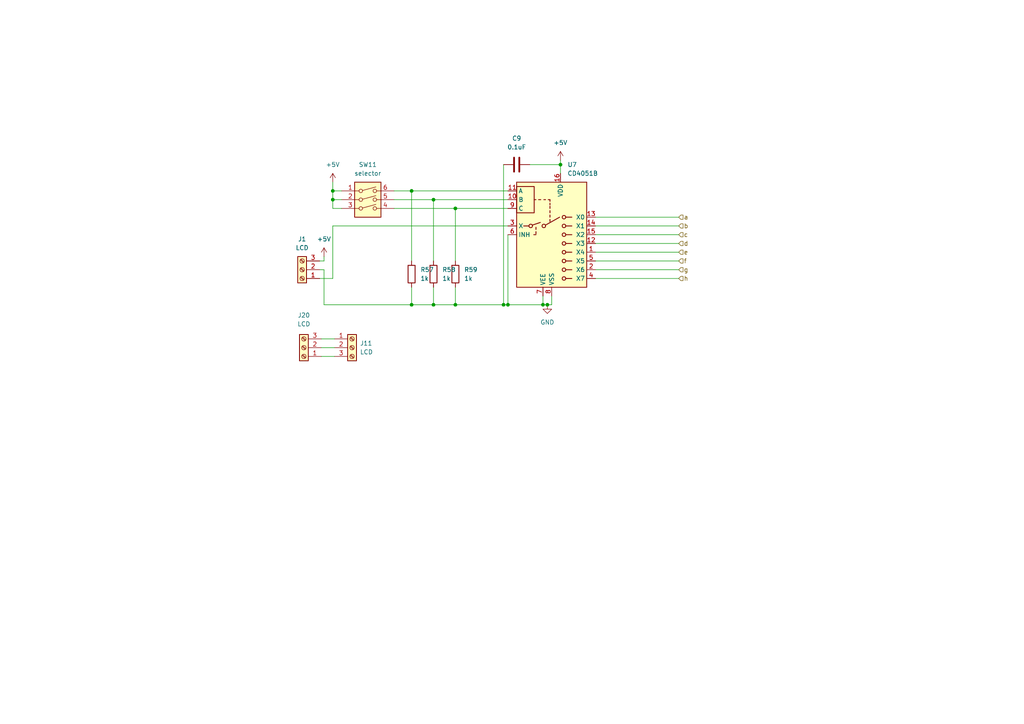
<source format=kicad_sch>
(kicad_sch (version 20211123) (generator eeschema)
  (paper "A4")
  (lib_symbols
    (symbol "Analog_Switch:CD4051B"
      (property "Reference" "U" (at -10.16 16.51 0))
      (property "Value" "CD4051B" (at 3.81 16.51 0))
      (symbol "CD4051B_0_1"
        (rectangle (start -10.16 6.35) (end -5.08 13.97) (stroke (width 0.254)))
        (rectangle (start -10.16 15.24) (end 10.16 -15.24) (stroke (width 0.254)) (fill (type background)))
        (circle (center -6.096 2.54) (radius 0.508) (stroke (width 0.254)))
        (circle (center -2.286 2.54) (radius 0.508) (stroke (width 0.254)))
        (polyline (pts (xy -8.128 2.54) (xy -6.604 2.54)) (stroke (width 0.254)))
        (polyline (pts (xy -5.588 2.794) (xy -3.302 3.556)) (stroke (width 0.254)))
        (polyline (pts (xy -4.572 0) (xy -5.207 0)) (stroke (width 0.254)))
        (polyline (pts (xy -4.572 0.254) (xy -4.572 0.889)) (stroke (width 0.254)))
        (polyline (pts (xy -4.572 1.524) (xy -4.572 2.159)) (stroke (width 0.254)))
        (polyline (pts (xy -4.572 10.16) (xy -5.08 10.16)) (stroke (width 0.254)))
        (polyline (pts (xy -3.81 10.16) (xy -3.175 10.16)) (stroke (width 0.254)))
        (polyline (pts (xy -1.778 2.794) (xy 2.286 5.08)) (stroke (width 0.254)))
        (polyline (pts (xy -1.778 10.16) (xy -2.286 10.16)) (stroke (width 0.254)))
        (polyline (pts (xy -0.508 3.81) (xy -0.508 4.445)) (stroke (width 0.254)))
        (polyline (pts (xy -0.508 5.08) (xy -0.508 5.715)) (stroke (width 0.254)))
        (polyline (pts (xy -0.508 6.35) (xy -0.508 6.985)) (stroke (width 0.254)))
        (polyline (pts (xy -0.508 7.62) (xy -0.508 8.255)) (stroke (width 0.254)))
        (polyline (pts (xy -0.508 8.636) (xy -0.508 9.144)) (stroke (width 0.254)))
        (polyline (pts (xy -0.508 9.652) (xy -0.508 10.16)) (stroke (width 0.254)))
        (polyline (pts (xy -0.508 10.16) (xy -1.016 10.16)) (stroke (width 0.254)))
        (polyline (pts (xy 4.064 -12.7) (xy 5.842 -12.7)) (stroke (width 0.254)))
        (polyline (pts (xy 4.064 -10.16) (xy 5.842 -10.16)) (stroke (width 0.254)))
        (polyline (pts (xy 4.064 -7.62) (xy 5.842 -7.62)) (stroke (width 0.254)))
        (polyline (pts (xy 4.064 -5.08) (xy 5.842 -5.08)) (stroke (width 0.254)))
        (polyline (pts (xy 4.064 -2.54) (xy 5.842 -2.54)) (stroke (width 0.254)))
        (polyline (pts (xy 4.064 0) (xy 5.842 0)) (stroke (width 0.254)))
        (polyline (pts (xy 4.064 2.54) (xy 5.842 2.54)) (stroke (width 0.254)))
        (polyline (pts (xy 4.064 5.08) (xy 5.842 5.08)) (stroke (width 0.254)))
        (circle (center 3.556 -12.7) (radius 0.508) (stroke (width 0.254)))
        (circle (center 3.556 -10.16) (radius 0.508) (stroke (width 0.254)))
        (circle (center 3.556 -7.62) (radius 0.508) (stroke (width 0.254)))
        (circle (center 3.556 -5.08) (radius 0.508) (stroke (width 0.254)))
        (circle (center 3.556 -2.54) (radius 0.508) (stroke (width 0.254)))
        (circle (center 3.556 0) (radius 0.508) (stroke (width 0.254)))
        (circle (center 3.556 2.54) (radius 0.508) (stroke (width 0.254)))
        (circle (center 3.556 5.08) (radius 0.508) (stroke (width 0.254)))
      )
      (symbol "CD4051B_1_1"
        (pin bidirectional line (at 12.7 -5.08 180) (length 2.54) (name "X4") (number "1"))
        (pin input line (at -12.7 10.16 0) (length 2.54) (name "B") (number "10"))
        (pin input line (at -12.7 12.7 0) (length 2.54) (name "A") (number "11"))
        (pin bidirectional line (at 12.7 -2.54 180) (length 2.54) (name "X3") (number "12"))
        (pin bidirectional line (at 12.7 5.08 180) (length 2.54) (name "X0") (number "13"))
        (pin bidirectional line (at 12.7 2.54 180) (length 2.54) (name "X1") (number "14"))
        (pin bidirectional line (at 12.7 0 180) (length 2.54) (name "X2") (number "15"))
        (pin power_in line (at 2.54 17.78 270) (length 2.54) (name "VDD") (number "16"))
        (pin bidirectional line (at 12.7 -10.16 180) (length 2.54) (name "X6") (number "2"))
        (pin bidirectional line (at -12.7 2.54 0) (length 2.54) (name "X") (number "3"))
        (pin bidirectional line (at 12.7 -12.7 180) (length 2.54) (name "X7") (number "4"))
        (pin bidirectional line (at 12.7 -7.62 180) (length 2.54) (name "X5") (number "5"))
        (pin input line (at -12.7 0 0) (length 2.54) (name "INH") (number "6"))
        (pin power_in line (at -2.54 -17.78 90) (length 2.54) (name "VEE") (number "7"))
        (pin power_in line (at 0 -17.78 90) (length 2.54) (name "VSS") (number "8"))
        (pin input line (at -12.7 7.62 0) (length 2.54) (name "C") (number "9"))
      )
    )
    (symbol "Connector:Screw_Terminal_01x03" (pin_names (offset 1.016) hide)
      (property "Reference" "J" (at 0 5.08 0))
      (property "Value" "Screw_Terminal_01x03" (at 0 -5.08 0))
      (symbol "Screw_Terminal_01x03_1_1"
        (rectangle (start -1.27 3.81) (end 1.27 -3.81) (stroke (width 0.254)) (fill (type background)))
        (circle (center 0 -2.54) (radius 0.635) (stroke (width 0.1524)))
        (polyline (pts (xy -0.5334 -2.2098) (xy 0.3302 -3.048)) (stroke (width 0.1524)))
        (polyline (pts (xy -0.5334 0.3302) (xy 0.3302 -0.508)) (stroke (width 0.1524)))
        (polyline (pts (xy -0.5334 2.8702) (xy 0.3302 2.032)) (stroke (width 0.1524)))
        (polyline (pts (xy -0.3556 -2.032) (xy 0.508 -2.8702)) (stroke (width 0.1524)))
        (polyline (pts (xy -0.3556 0.508) (xy 0.508 -0.3302)) (stroke (width 0.1524)))
        (polyline (pts (xy -0.3556 3.048) (xy 0.508 2.2098)) (stroke (width 0.1524)))
        (circle (center 0 0) (radius 0.635) (stroke (width 0.1524)))
        (circle (center 0 2.54) (radius 0.635) (stroke (width 0.1524)))
        (pin passive line (at -5.08 2.54 0) (length 3.81) (name "Pin_1") (number "1"))
        (pin passive line (at -5.08 0 0) (length 3.81) (name "Pin_2") (number "2"))
        (pin passive line (at -5.08 -2.54 0) (length 3.81) (name "Pin_3") (number "3"))
      )
    )
    (symbol "Device:C" (pin_numbers hide) (pin_names (offset 0.254))
      (property "Reference" "C" (at 0.635 2.54 0))
      (property "Value" "C" (at 0.635 -2.54 0))
      (symbol "C_0_1"
        (polyline (pts (xy -2.032 -0.762) (xy 2.032 -0.762)) (stroke (width 0.508)))
        (polyline (pts (xy -2.032 0.762) (xy 2.032 0.762)) (stroke (width 0.508)))
      )
      (symbol "C_1_1"
        (pin passive line (at 0 3.81 270) (length 2.794) (name "~") (number "1"))
        (pin passive line (at 0 -3.81 90) (length 2.794) (name "~") (number "2"))
      )
    )
    (symbol "Device:R" (pin_numbers hide) (pin_names (offset 0))
      (property "Reference" "R" (at 2.032 0 90))
      (property "Value" "R" (at 0 0 90))
      (symbol "R_0_1"
        (rectangle (start -1.016 -2.54) (end 1.016 2.54) (stroke (width 0.254)))
      )
      (symbol "R_1_1"
        (pin passive line (at 0 3.81 270) (length 1.27) (name "~") (number "1"))
        (pin passive line (at 0 -3.81 90) (length 1.27) (name "~") (number "2"))
      )
    )
    (symbol "Switch:SW_DIP_x03" (pin_names (offset 0) hide)
      (property "Reference" "SW" (at 0 8.89 0))
      (property "Value" "SW_DIP_x03" (at 0 -3.81 0))
      (symbol "SW_DIP_x03_0_0"
        (circle (center -2.032 0) (radius 0.508))
        (circle (center -2.032 2.54) (radius 0.508))
        (circle (center -2.032 5.08) (radius 0.508))
        (polyline (pts (xy -1.524 0.127) (xy 2.3622 1.1684)))
        (polyline (pts (xy -1.524 2.667) (xy 2.3622 3.7084)))
        (polyline (pts (xy -1.524 5.207) (xy 2.3622 6.2484)))
        (circle (center 2.032 0) (radius 0.508))
        (circle (center 2.032 2.54) (radius 0.508))
        (circle (center 2.032 5.08) (radius 0.508))
      )
      (symbol "SW_DIP_x03_0_1"
        (rectangle (start -3.81 7.62) (end 3.81 -2.54) (stroke (width 0.254)) (fill (type background)))
      )
      (symbol "SW_DIP_x03_1_1"
        (pin passive line (at -7.62 5.08 0) (length 5.08) (name "~") (number "1"))
        (pin passive line (at -7.62 2.54 0) (length 5.08) (name "~") (number "2"))
        (pin passive line (at -7.62 0 0) (length 5.08) (name "~") (number "3"))
        (pin passive line (at 7.62 0 180) (length 5.08) (name "~") (number "4"))
        (pin passive line (at 7.62 2.54 180) (length 5.08) (name "~") (number "5"))
        (pin passive line (at 7.62 5.08 180) (length 5.08) (name "~") (number "6"))
      )
    )
    (symbol "power:+5V" (power) (pin_names (offset 0))
      (property "Value" "+5V" (at 0 3.556 0))
      (symbol "+5V_0_1"
        (polyline (pts (xy -0.762 1.27) (xy 0 2.54)))
        (polyline (pts (xy 0 0) (xy 0 2.54)))
        (polyline (pts (xy 0 2.54) (xy 0.762 1.27)))
      )
      (symbol "+5V_1_1"
        (pin power_in line (at 0 0 90) (length 0) hide (name "+5V") (number "1"))
      )
    )
    (symbol "power:GND" (power) (pin_names (offset 0))
      (property "Value" "GND" (at 0 -3.81 0))
      (symbol "GND_0_1"
        (polyline (pts (xy 0 0) (xy 0 -1.27) (xy 1.27 -1.27) (xy 0 -2.54) (xy -1.27 -1.27) (xy 0 -1.27)))
      )
      (symbol "GND_1_1"
        (pin power_in line (at 0 0 270) (length 0) hide (name "GND") (number "1"))
      )
    )
  )
  (junction (at 125.73 57.912))
  (junction (at 119.38 88.392))
  (junction (at 125.73 88.392))
  (junction (at 96.52 55.372))
  (junction (at 157.48 88.392))
  (junction (at 132.08 88.392))
  (junction (at 96.52 57.912))
  (junction (at 119.38 55.372))
  (junction (at 146.05 88.392))
  (junction (at 132.08 60.452))
  (junction (at 162.56 47.752))
  (junction (at 147.32 88.392))
  (junction (at 158.75 88.392))
  (wire (pts (xy 162.56 46.482) (xy 162.56 47.752)))
  (wire (pts (xy 160.02 88.392) (xy 158.75 88.392)))
  (wire (pts (xy 92.71 78.232) (xy 93.98 78.232)))
  (wire (pts (xy 119.38 88.392) (xy 125.73 88.392)))
  (wire (pts (xy 153.67 47.752) (xy 162.56 47.752)))
  (wire (pts (xy 125.73 57.912) (xy 147.32 57.912)))
  (wire (pts (xy 119.38 55.372) (xy 147.32 55.372)))
  (wire (pts (xy 93.98 78.232) (xy 93.98 88.392)))
  (wire (pts (xy 146.05 88.392) (xy 147.32 88.392)))
  (wire (pts (xy 157.48 88.392) (xy 157.48 85.852)))
  (wire (pts (xy 93.218 100.838) (xy 97.028 100.838)))
  (wire (pts (xy 99.06 55.372) (xy 96.52 55.372)))
  (wire (pts (xy 114.3 60.452) (xy 132.08 60.452)))
  (wire (pts (xy 93.218 103.378) (xy 97.028 103.378)))
  (wire (pts (xy 146.05 47.752) (xy 146.05 88.392)))
  (wire (pts (xy 114.3 55.372) (xy 119.38 55.372)))
  (wire (pts (xy 125.73 88.392) (xy 132.08 88.392)))
  (wire (pts (xy 162.56 47.752) (xy 162.56 50.292)))
  (wire (pts (xy 158.75 88.392) (xy 157.48 88.392)))
  (wire (pts (xy 96.52 57.912) (xy 96.52 55.372)))
  (wire (pts (xy 93.98 88.392) (xy 119.38 88.392)))
  (wire (pts (xy 196.85 80.772) (xy 172.72 80.772)))
  (wire (pts (xy 132.08 88.392) (xy 146.05 88.392)))
  (wire (pts (xy 99.06 57.912) (xy 96.52 57.912)))
  (wire (pts (xy 93.98 75.692) (xy 92.71 75.692)))
  (wire (pts (xy 92.71 80.772) (xy 96.52 80.772)))
  (wire (pts (xy 114.3 57.912) (xy 125.73 57.912)))
  (wire (pts (xy 96.52 55.372) (xy 96.52 52.832)))
  (wire (pts (xy 125.73 57.912) (xy 125.73 75.692)))
  (wire (pts (xy 196.85 78.232) (xy 172.72 78.232)))
  (wire (pts (xy 132.08 60.452) (xy 147.32 60.452)))
  (wire (pts (xy 147.32 88.392) (xy 157.48 88.392)))
  (wire (pts (xy 196.85 75.692) (xy 172.72 75.692)))
  (wire (pts (xy 132.08 83.312) (xy 132.08 88.392)))
  (wire (pts (xy 96.52 65.532) (xy 147.32 65.532)))
  (wire (pts (xy 99.06 60.452) (xy 96.52 60.452)))
  (wire (pts (xy 119.38 83.312) (xy 119.38 88.392)))
  (wire (pts (xy 196.85 68.072) (xy 172.72 68.072)))
  (wire (pts (xy 93.218 98.298) (xy 97.028 98.298)))
  (wire (pts (xy 160.02 85.852) (xy 160.02 88.392)))
  (wire (pts (xy 93.98 74.422) (xy 93.98 75.692)))
  (wire (pts (xy 132.08 60.452) (xy 132.08 75.692)))
  (wire (pts (xy 196.85 65.532) (xy 172.72 65.532)))
  (wire (pts (xy 196.85 62.992) (xy 172.72 62.992)))
  (wire (pts (xy 196.85 73.152) (xy 172.72 73.152)))
  (wire (pts (xy 96.52 80.772) (xy 96.52 65.532)))
  (wire (pts (xy 96.52 60.452) (xy 96.52 57.912)))
  (wire (pts (xy 119.38 55.372) (xy 119.38 75.692)))
  (wire (pts (xy 196.85 70.612) (xy 172.72 70.612)))
  (wire (pts (xy 125.73 83.312) (xy 125.73 88.392)))
  (wire (pts (xy 147.32 68.072) (xy 147.32 88.392)))
  (hierarchical_label "a" (shape input) (at 196.85 62.992 0))
  (hierarchical_label "d" (shape input) (at 196.85 70.612 0))
  (hierarchical_label "h" (shape input) (at 196.85 80.772 0))
  (hierarchical_label "c" (shape input) (at 196.85 68.072 0))
  (hierarchical_label "f" (shape input) (at 196.85 75.692 0))
  (hierarchical_label "e" (shape input) (at 196.85 73.152 0))
  (hierarchical_label "b" (shape input) (at 196.85 65.532 0))
  (hierarchical_label "g" (shape input) (at 196.85 78.232 0))
  (symbol (lib_id "Device:C") (at 149.86 47.752 270) (unit 1)
    (property "Reference" "C9" (at 149.86 40.132 90))
    (property "Value" "0.1uF" (at 149.86 42.672 90))
    (property "Footprint" "Capacitor_THT:C_Disc_D5.0mm_W2.5mm_P5.00mm" (effects hide))
  )
  (symbol (lib_id "Connector:Screw_Terminal_01x03") (at 87.63 78.232 180) (unit 1)
    (property "Reference" "J1" (at 87.63 69.342 0))
    (property "Value" "LCD" (at 87.63 71.882 0))
    (property "Footprint" "Connector_JST:JST_XH_B3B-XH-A_1x03_P2.50mm_Vertical" (effects hide))
  )
  (symbol (lib_id "power:+5V") (at 96.52 52.832 0) (unit 1)
    (property "Reference" "#PWR0137" (effects hide))
    (property "Value" "+5V" (at 96.52 47.752 0))
  )
  (symbol (lib_id "Analog_Switch:CD4051B") (at 160.02 68.072 0) (unit 1)
    (property "Reference" "U7" (at 164.5794 47.752 0) (effects (justify left)))
    (property "Value" "CD4051B" (at 164.5794 50.292 0) (effects (justify left)))
    (property "Footprint" "Package_DIP:DIP-16_W7.62mm_LongPads" (effects hide))
    (property "Datasheet" "http://www.ti.com/lit/ds/symlink/cd4052b.pdf" (effects hide))
  )
  (symbol (lib_id "Switch:SW_DIP_x03") (at 106.68 60.452 0) (unit 1)
    (property "Reference" "SW11" (at 106.68 47.752 0))
    (property "Value" "selector" (at 106.68 50.292 0))
    (property "Footprint" "Button_Switch_THT:SW_DIP_SPSTx03_Slide_9.78x9.8mm_W7.62mm_P2.54mm" (effects hide))
  )
  (symbol (lib_id "power:+5V") (at 93.98 74.422 0) (unit 1)
    (property "Reference" "#PWR0151" (effects hide))
    (property "Value" "+5V" (at 93.98 69.342 0))
  )
  (symbol (lib_id "Device:R") (at 132.08 79.502 180) (unit 1)
    (property "Reference" "R59" (at 134.62 78.2319 0) (effects (justify right)))
    (property "Value" "1k" (at 134.62 80.7719 0) (effects (justify right)))
    (property "Footprint" "Resistor_THT:R_Axial_DIN0207_L6.3mm_D2.5mm_P10.16mm_Horizontal" (effects hide))
  )
  (symbol (lib_id "Device:R") (at 119.38 79.502 180) (unit 1)
    (property "Reference" "R57" (at 121.92 78.2319 0) (effects (justify right)))
    (property "Value" "1k" (at 121.92 80.7719 0) (effects (justify right)))
    (property "Footprint" "Resistor_THT:R_Axial_DIN0207_L6.3mm_D2.5mm_P10.16mm_Horizontal" (effects hide))
  )
  (symbol (lib_id "Connector:Screw_Terminal_01x03") (at 88.138 100.838 180) (unit 1)
    (property "Reference" "J20" (at 88.138 91.44 0))
    (property "Value" "LCD" (at 88.138 93.98 0))
    (property "Footprint" "Connector_JST:JST_XH_B3B-XH-A_1x03_P2.50mm_Vertical" (effects hide))
  )
  (symbol (lib_id "power:GND") (at 158.75 88.392 0) (unit 1)
    (property "Reference" "#PWR0135" (effects hide))
    (property "Value" "GND" (at 158.75 93.472 0))
  )
  (symbol (lib_id "power:+5V") (at 162.56 46.482 0) (unit 1)
    (property "Reference" "#PWR0136" (effects hide))
    (property "Value" "+5V" (at 162.56 41.402 0))
  )
  (symbol (lib_id "Device:R") (at 125.73 79.502 180) (unit 1)
    (property "Reference" "R58" (at 128.27 78.2319 0) (effects (justify right)))
    (property "Value" "1k" (at 128.27 80.7719 0) (effects (justify right)))
    (property "Footprint" "Resistor_THT:R_Axial_DIN0207_L6.3mm_D2.5mm_P10.16mm_Horizontal" (effects hide))
  )
  (symbol (lib_id "Connector:Screw_Terminal_01x03") (at 102.108 100.838 0) (unit 1)
    (property "Reference" "J11" (at 104.394 99.5679 0) (effects (justify left)))
    (property "Value" "LCD" (at 104.394 102.1079 0) (effects (justify left)))
    (property "Footprint" "Connector_PinHeader_2.54mm:PinHeader_1x03_P2.54mm_Vertical" (effects hide))
  )
)
</source>
